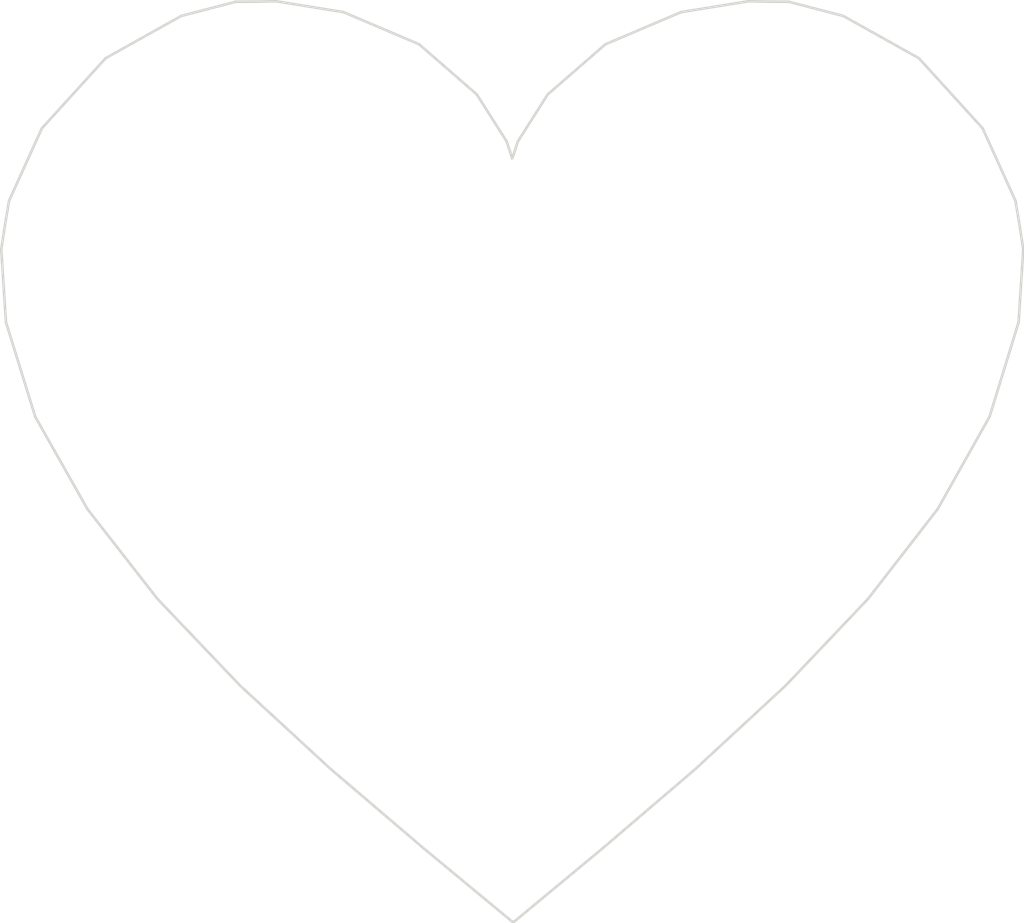
<source format=kicad_pcb>
(kicad_pcb (version 4) (host pcbnew 4.0.7)

  (general
    (links 0)
    (no_connects 0)
    (area 24.741854 23.542399 87.643301 80.267212)
    (thickness 1.6)
    (drawings 44)
    (tracks 0)
    (zones 0)
    (modules 0)
    (nets 1)
  )

  (page A4)
  (layers
    (0 F.Cu signal)
    (31 B.Cu signal)
    (32 B.Adhes user)
    (33 F.Adhes user)
    (34 B.Paste user)
    (35 F.Paste user)
    (36 B.SilkS user)
    (37 F.SilkS user)
    (38 B.Mask user)
    (39 F.Mask user)
    (40 Dwgs.User user)
    (41 Cmts.User user)
    (42 Eco1.User user)
    (43 Eco2.User user)
    (44 Edge.Cuts user)
    (45 Margin user)
    (46 B.CrtYd user)
    (47 F.CrtYd user)
    (48 B.Fab user)
    (49 F.Fab user)
  )

  (setup
    (last_trace_width 0.25)
    (trace_clearance 0.2)
    (zone_clearance 0.508)
    (zone_45_only no)
    (trace_min 0.2)
    (segment_width 0.2)
    (edge_width 0.15)
    (via_size 0.6)
    (via_drill 0.4)
    (via_min_size 0.4)
    (via_min_drill 0.3)
    (uvia_size 0.3)
    (uvia_drill 0.1)
    (uvias_allowed no)
    (uvia_min_size 0.2)
    (uvia_min_drill 0.1)
    (pcb_text_width 0.3)
    (pcb_text_size 1.5 1.5)
    (mod_edge_width 0.15)
    (mod_text_size 1 1)
    (mod_text_width 0.15)
    (pad_size 1.524 1.524)
    (pad_drill 0.762)
    (pad_to_mask_clearance 0.2)
    (aux_axis_origin 0 0)
    (visible_elements 7FFFFFFF)
    (pcbplotparams
      (layerselection 0x00030_80000001)
      (usegerberextensions false)
      (excludeedgelayer true)
      (linewidth 0.100000)
      (plotframeref false)
      (viasonmask false)
      (mode 1)
      (useauxorigin false)
      (hpglpennumber 1)
      (hpglpenspeed 20)
      (hpglpendiameter 15)
      (hpglpenoverlay 2)
      (psnegative false)
      (psa4output false)
      (plotreference true)
      (plotvalue true)
      (plotinvisibletext false)
      (padsonsilk false)
      (subtractmaskfromsilk false)
      (outputformat 1)
      (mirror false)
      (drillshape 1)
      (scaleselection 1)
      (outputdirectory ""))
  )

  (net 0 "")

  (net_class Default "This is the default net class."
    (clearance 0.2)
    (trace_width 0.25)
    (via_dia 0.6)
    (via_drill 0.4)
    (uvia_dia 0.3)
    (uvia_drill 0.1)
  )

  (gr_line (start 36.2001 25.1811) (end 36.4206 25.848) (layer Edge.Cuts) (width 0.1))
  (gr_line (start 35.0356 23.3483) (end 36.2001 25.1811) (layer Edge.Cuts) (width 0.1))
  (gr_line (start 32.7894 21.3942) (end 35.0356 23.3483) (layer Edge.Cuts) (width 0.1))
  (gr_line (start 29.8391 20.1387) (end 32.7894 21.3942) (layer Edge.Cuts) (width 0.1))
  (gr_line (start 27.2167 19.7157) (end 29.8391 20.1387) (layer Edge.Cuts) (width 0.1))
  (gr_line (start 26.3471 19.7323) (end 27.2167 19.7157) (layer Edge.Cuts) (width 0.1))
  (gr_line (start 25.63742 19.7337) (end 26.3471 19.7323) (layer Edge.Cuts) (width 0.1))
  (gr_line (start 23.5125 20.2875) (end 25.63742 19.7337) (layer Edge.Cuts) (width 0.1))
  (gr_line (start 20.56349 21.9372) (end 23.5125 20.2875) (layer Edge.Cuts) (width 0.1))
  (gr_line (start 18.07888 24.6712) (end 20.56349 21.9372) (layer Edge.Cuts) (width 0.1))
  (gr_line (start 16.798682 27.4989) (end 18.07888 24.6712) (layer Edge.Cuts) (width 0.1))
  (gr_line (start 16.633318 28.4856) (end 16.798682 27.4989) (layer Edge.Cuts) (width 0.1))
  (gr_line (start 16.495514 29.3992) (end 16.633318 28.4856) (layer Edge.Cuts) (width 0.1))
  (gr_line (start 16.677415 32.2339) (end 16.495514 29.3992) (layer Edge.Cuts) (width 0.1))
  (gr_line (start 17.81843 35.9215) (end 16.677415 32.2339) (layer Edge.Cuts) (width 0.1))
  (gr_line (start 19.85517 39.5265) (end 17.81843 35.9215) (layer Edge.Cuts) (width 0.1))
  (gr_line (start 22.58646 43.0322) (end 19.85517 39.5265) (layer Edge.Cuts) (width 0.1))
  (gr_line (start 25.81106 46.41663) (end 22.58646 43.0322) (layer Edge.Cuts) (width 0.1))
  (gr_line (start 29.332 49.6619) (end 25.81106 46.41663) (layer Edge.Cuts) (width 0.1))
  (gr_line (start 32.9466 52.74734) (end 29.332 49.6619) (layer Edge.Cuts) (width 0.1))
  (gr_line (start 35.5786 54.9274) (end 32.9466 52.74734) (layer Edge.Cuts) (width 0.1))
  (gr_line (start 36.4564 55.655005) (end 35.5786 54.9274) (layer Edge.Cuts) (width 0.1))
  (gr_line (start 37.3328 54.9274) (end 36.4564 55.655005) (layer Edge.Cuts) (width 0.1))
  (gr_line (start 39.9621 52.74734) (end 37.3328 54.9274) (layer Edge.Cuts) (width 0.1))
  (gr_line (start 43.5684 49.6619) (end 39.9621 52.74734) (layer Edge.Cuts) (width 0.1))
  (gr_line (start 47.0769 46.41663) (end 43.5684 49.6619) (layer Edge.Cuts) (width 0.1))
  (gr_line (start 50.2905 43.0322) (end 47.0769 46.41663) (layer Edge.Cuts) (width 0.1))
  (gr_line (start 53.008 39.5265) (end 50.2905 43.0322) (layer Edge.Cuts) (width 0.1))
  (gr_line (start 55.0323 35.9215) (end 53.008 39.5265) (layer Edge.Cuts) (width 0.1))
  (gr_line (start 56.165 32.2339) (end 55.0323 35.9215) (layer Edge.Cuts) (width 0.1))
  (gr_line (start 56.3457 29.3992) (end 56.165 32.2339) (layer Edge.Cuts) (width 0.1))
  (gr_line (start 56.2077 28.4856) (end 56.3457 29.3992) (layer Edge.Cuts) (width 0.1))
  (gr_line (start 56.0412 27.4989) (end 56.2077 28.4856) (layer Edge.Cuts) (width 0.1))
  (gr_line (start 54.761 24.6712) (end 56.0412 27.4989) (layer Edge.Cuts) (width 0.1))
  (gr_line (start 52.2764 21.9372) (end 54.761 24.6712) (layer Edge.Cuts) (width 0.1))
  (gr_line (start 49.3273 20.2875) (end 52.2764 21.9372) (layer Edge.Cuts) (width 0.1))
  (gr_line (start 47.2023 19.7337) (end 49.3273 20.2875) (layer Edge.Cuts) (width 0.1))
  (gr_line (start 46.494 19.7323) (end 47.2023 19.7337) (layer Edge.Cuts) (width 0.1))
  (gr_line (start 45.6231 19.7157) (end 46.494 19.7323) (layer Edge.Cuts) (width 0.1))
  (gr_line (start 43.0021 20.1387) (end 45.6231 19.7157) (layer Edge.Cuts) (width 0.1))
  (gr_line (start 40.0517 21.3942) (end 43.0021 20.1387) (layer Edge.Cuts) (width 0.1))
  (gr_line (start 37.8041 23.3483) (end 40.0517 21.3942) (layer Edge.Cuts) (width 0.1))
  (gr_line (start 36.6397 25.1811) (end 37.8041 23.3483) (layer Edge.Cuts) (width 0.1))
  (gr_line (start 36.4206 25.848) (end 36.6397 25.1811) (layer Edge.Cuts) (width 0.1))

)

</source>
